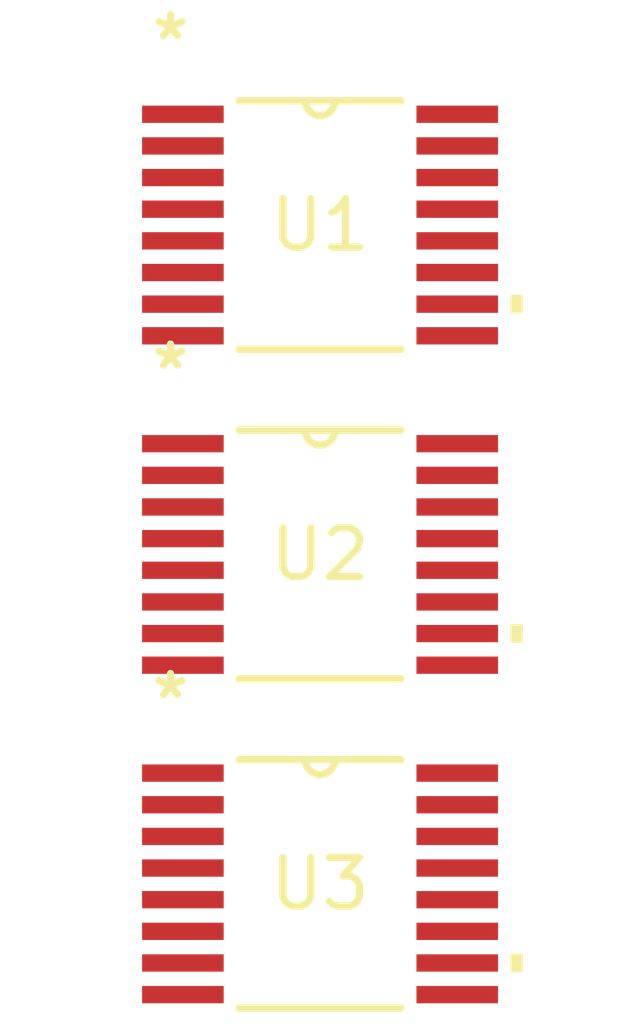
<source format=kicad_pcb>
(kicad_pcb (version 20221018) (generator pcbnew)
  (layers (0 "F.Cu" signal) (31 "B.Cu" signal) (34 "B.Paste" user) (35 "F.Paste" user) (36 "B.SilkS" user "B.Silkscreen") (37 "F.SilkS" user "F.Silkscreen") (38 "B.Mask" user) (39 "F.Mask" user) (44 "Edge.Cuts" user))
  (net 0 "")
  (net 1 "DCB_0_1")
  (net 2 "DCB_0_2")
  (net 6 "DCB_0_3")
  (net 7 "DCB_0_0")
  (net 8 "Net-(U1-GND)")
  (net 9 "Net-(U1-E)")
  (net 10 "Net-(U1-D)")
  (net 11 "Net-(U1-C)")
  (net 12 "Net-(U1-B)")
  (net 13 "Net-(U1-A)")
  (net 14 "Net-(U1-G)")
  (net 15 "Net-(U1-F)")
  (net 16 "V_BUS_3V")
  (net 17 "DCB_1_1")
  (net 18 "DCB_1_2")
  (net 22 "DCB_1_3")
  (net 23 "DCB_1_0")
  (net 24 "Net-(U2-GND)")
  (net 25 "Net-(U2-E)")
  (net 26 "Net-(U2-D)")
  (net 27 "Net-(U2-C)")
  (net 28 "Net-(U2-B)")
  (net 29 "Net-(U2-A)")
  (net 30 "Net-(U2-G)")
  (net 31 "Net-(U2-F)")
  (net 39 "Net-(U3-GND)")
  (net 40 "Net-(U3-E)")
  (net 41 "Net-(U3-D)")
  (net 42 "Net-(U3-C)")
  (net 43 "Net-(U3-B)")
  (net 44 "Net-(U3-A)")
  (net 45 "Net-(U3-G)")
  (net 46 "Net-(U3-F)")
  (footprint "CD74HC4511PWR:PW16" (layer "F.Cu") (at 58.1406 47.693401)
    (fp_text reference "U1" (at 0 0 unlocked) (layer "F.SilkS"))
    (fp_text value "CD74HC4511PWR")
    (fp_text user "*" (at -3.0734 -3.773601) (layer "F.SilkS"))
    (fp_text user "*" (at -3.0734 -3.773601 unlocked) (layer "F.SilkS"))
    (fp_line (start -1.663811 2.5527) (end 1.663811 2.5527) (stroke (width 0.1524)) (layer "F.SilkS"))
    (fp_line (start 1.663811 -2.5527) (end -1.663811 -2.5527) (stroke (width 0.1524)) (layer "F.SilkS"))
    (fp_arc (start 0.3048 -2.5527) (mid 0 -2.2479) (end -0.3048 -2.5527) (stroke (width 0.1524)) (layer "F.SilkS"))
    (fp_poly (pts (xy 4.1656 1.434501) (xy 4.1656 1.815501) (xy 3.9116 1.815501) (xy 3.9116 1.434501)) (fill solid) (layer "F.SilkS"))
    (pad "1" smd rect (at -2.8194 -2.274999) (size 1.6764 0.3556) (layers "F.Cu" "F.Paste" "F.Mask") (net 1 "DCB_0_1"))
    (pad "2" smd rect (at -2.8194 -1.625001) (size 1.6764 0.3556) (layers "F.Cu" "F.Paste" "F.Mask") (net 2 "DCB_0_2"))
    (pad "3" smd rect (at -2.8194 -0.974999) (size 1.6764 0.3556) (layers "F.Cu" "F.Paste" "F.Mask"))
    (pad "4" smd rect (at -2.8194 -0.325001) (size 1.6764 0.3556) (layers "F.Cu" "F.Paste" "F.Mask"))
    (pad "5" smd rect (at -2.8194 0.324998) (size 1.6764 0.3556) (layers "F.Cu" "F.Paste" "F.Mask"))
    (pad "6" smd rect (at -2.8194 0.974999) (size 1.6764 0.3556) (layers "F.Cu" "F.Paste" "F.Mask") (net 6 "DCB_0_3"))
    (pad "7" smd rect (at -2.8194 1.624998) (size 1.6764 0.3556) (layers "F.Cu" "F.Paste" "F.Mask") (net 7 "DCB_0_0"))
    (pad "8" smd rect (at -2.8194 2.274999) (size 1.6764 0.3556) (layers "F.Cu" "F.Paste" "F.Mask") (net 8 "Net-(U1-GND)"))
    (pad "9" smd rect (at 2.8194 2.274999) (size 1.6764 0.3556) (layers "F.Cu" "F.Paste" "F.Mask") (net 9 "Net-(U1-E)"))
    (pad "10" smd rect (at 2.8194 1.625001) (size 1.6764 0.3556) (layers "F.Cu" "F.Paste" "F.Mask") (net 10 "Net-(U1-D)"))
    (pad "11" smd rect (at 2.8194 0.974999) (size 1.6764 0.3556) (layers "F.Cu" "F.Paste" "F.Mask") (net 11 "Net-(U1-C)"))
    (pad "12" smd rect (at 2.8194 0.325001) (size 1.6764 0.3556) (layers "F.Cu" "F.Paste" "F.Mask") (net 12 "Net-(U1-B)"))
    (pad "13" smd rect (at 2.8194 -0.324998) (size 1.6764 0.3556) (layers "F.Cu" "F.Paste" "F.Mask") (net 13 "Net-(U1-A)"))
    (pad "14" smd rect (at 2.8194 -0.974999) (size 1.6764 0.3556) (layers "F.Cu" "F.Paste" "F.Mask") (net 14 "Net-(U1-G)"))
    (pad "15" smd rect (at 2.8194 -1.624998) (size 1.6764 0.3556) (layers "F.Cu" "F.Paste" "F.Mask") (net 15 "Net-(U1-F)"))
    (pad "16" smd rect (at 2.8194 -2.274999) (size 1.6764 0.3556) (layers "F.Cu" "F.Paste" "F.Mask") (net 16 "V_BUS_3V"))
  )
  (footprint "CD74HC4511PWR:PW16" (layer "F.Cu") (at 58.1406 54.459201)
    (fp_text reference "U2" (at 0 0 unlocked) (layer "F.SilkS"))
    (fp_text value "CD74HC4511PWR")
    (fp_text user "*" (at -3.0734 -3.773601 unlocked) (layer "F.SilkS"))
    (fp_text user "*" (at -3.0734 -3.773601) (layer "F.SilkS"))
    (fp_line (start -1.663811 2.5527) (end 1.663811 2.5527) (stroke (width 0.1524)) (layer "F.SilkS"))
    (fp_line (start 1.663811 -2.5527) (end -1.663811 -2.5527) (stroke (width 0.1524)) (layer "F.SilkS"))
    (fp_arc (start 0.3048 -2.5527) (mid 0 -2.2479) (end -0.3048 -2.5527) (stroke (width 0.1524)) (layer "F.SilkS"))
    (fp_poly (pts (xy 4.1656 1.434501) (xy 4.1656 1.815501) (xy 3.9116 1.815501) (xy 3.9116 1.434501)) (fill solid) (layer "F.SilkS"))
    (pad "1" smd rect (at -2.8194 -2.274999) (size 1.6764 0.3556) (layers "F.Cu" "F.Paste" "F.Mask") (net 17 "DCB_1_1"))
    (pad "2" smd rect (at -2.8194 -1.625001) (size 1.6764 0.3556) (layers "F.Cu" "F.Paste" "F.Mask") (net 18 "DCB_1_2"))
    (pad "3" smd rect (at -2.8194 -0.974999) (size 1.6764 0.3556) (layers "F.Cu" "F.Paste" "F.Mask"))
    (pad "4" smd rect (at -2.8194 -0.325001) (size 1.6764 0.3556) (layers "F.Cu" "F.Paste" "F.Mask"))
    (pad "5" smd rect (at -2.8194 0.324998) (size 1.6764 0.3556) (layers "F.Cu" "F.Paste" "F.Mask"))
    (pad "6" smd rect (at -2.8194 0.974999) (size 1.6764 0.3556) (layers "F.Cu" "F.Paste" "F.Mask") (net 22 "DCB_1_3"))
    (pad "7" smd rect (at -2.8194 1.624998) (size 1.6764 0.3556) (layers "F.Cu" "F.Paste" "F.Mask") (net 23 "DCB_1_0"))
    (pad "8" smd rect (at -2.8194 2.274999) (size 1.6764 0.3556) (layers "F.Cu" "F.Paste" "F.Mask") (net 24 "Net-(U2-GND)"))
    (pad "9" smd rect (at 2.8194 2.274999) (size 1.6764 0.3556) (layers "F.Cu" "F.Paste" "F.Mask") (net 25 "Net-(U2-E)"))
    (pad "10" smd rect (at 2.8194 1.625001) (size 1.6764 0.3556) (layers "F.Cu" "F.Paste" "F.Mask") (net 26 "Net-(U2-D)"))
    (pad "11" smd rect (at 2.8194 0.974999) (size 1.6764 0.3556) (layers "F.Cu" "F.Paste" "F.Mask") (net 27 "Net-(U2-C)"))
    (pad "12" smd rect (at 2.8194 0.325001) (size 1.6764 0.3556) (layers "F.Cu" "F.Paste" "F.Mask") (net 28 "Net-(U2-B)"))
    (pad "13" smd rect (at 2.8194 -0.324998) (size 1.6764 0.3556) (layers "F.Cu" "F.Paste" "F.Mask") (net 29 "Net-(U2-A)"))
    (pad "14" smd rect (at 2.8194 -0.974999) (size 1.6764 0.3556) (layers "F.Cu" "F.Paste" "F.Mask") (net 30 "Net-(U2-G)"))
    (pad "15" smd rect (at 2.8194 -1.624998) (size 1.6764 0.3556) (layers "F.Cu" "F.Paste" "F.Mask") (net 31 "Net-(U2-F)"))
    (pad "16" smd rect (at 2.8194 -2.274999) (size 1.6764 0.3556) (layers "F.Cu" "F.Paste" "F.Mask") (net 16 "V_BUS_3V"))
  )
  (footprint "CD74HC4511PWR:PW16" (layer "F.Cu") (at 58.1406 61.225001)
    (fp_text reference "U3" (at 0 0 unlocked) (layer "F.SilkS"))
    (fp_text value "CD74HC4511PWR")
    (fp_text user "*" (at -3.0734 -3.773601) (layer "F.SilkS"))
    (fp_text user "*" (at -3.0734 -3.773601 unlocked) (layer "F.SilkS"))
    (fp_line (start -1.663811 2.5527) (end 1.663811 2.5527) (stroke (width 0.1524)) (layer "F.SilkS"))
    (fp_line (start 1.663811 -2.5527) (end -1.663811 -2.5527) (stroke (width 0.1524)) (layer "F.SilkS"))
    (fp_arc (start 0.3048 -2.5527) (mid 0 -2.2479) (end -0.3048 -2.5527) (stroke (width 0.1524)) (layer "F.SilkS"))
    (fp_poly (pts (xy 4.1656 1.434501) (xy 4.1656 1.815501) (xy 3.9116 1.815501) (xy 3.9116 1.434501)) (fill solid) (layer "F.SilkS"))
    (pad "1" smd rect (at -2.8194 -2.274999) (size 1.6764 0.3556) (layers "F.Cu" "F.Paste" "F.Mask"))
    (pad "2" smd rect (at -2.8194 -1.625001) (size 1.6764 0.3556) (layers "F.Cu" "F.Paste" "F.Mask"))
    (pad "3" smd rect (at -2.8194 -0.974999) (size 1.6764 0.3556) (layers "F.Cu" "F.Paste" "F.Mask"))
    (pad "4" smd rect (at -2.8194 -0.325001) (size 1.6764 0.3556) (layers "F.Cu" "F.Paste" "F.Mask"))
    (pad "5" smd rect (at -2.8194 0.324998) (size 1.6764 0.3556) (layers "F.Cu" "F.Paste" "F.Mask"))
    (pad "6" smd rect (at -2.8194 0.974999) (size 1.6764 0.3556) (layers "F.Cu" "F.Paste" "F.Mask"))
    (pad "7" smd rect (at -2.8194 1.624998) (size 1.6764 0.3556) (layers "F.Cu" "F.Paste" "F.Mask"))
    (pad "8" smd rect (at -2.8194 2.274999) (size 1.6764 0.3556) (layers "F.Cu" "F.Paste" "F.Mask") (net 39 "Net-(U3-GND)"))
    (pad "9" smd rect (at 2.8194 2.274999) (size 1.6764 0.3556) (layers "F.Cu" "F.Paste" "F.Mask") (net 40 "Net-(U3-E)"))
    (pad "10" smd rect (at 2.8194 1.625001) (size 1.6764 0.3556) (layers "F.Cu" "F.Paste" "F.Mask") (net 41 "Net-(U3-D)"))
    (pad "11" smd rect (at 2.8194 0.974999) (size 1.6764 0.3556) (layers "F.Cu" "F.Paste" "F.Mask") (net 42 "Net-(U3-C)"))
    (pad "12" smd rect (at 2.8194 0.325001) (size 1.6764 0.3556) (layers "F.Cu" "F.Paste" "F.Mask") (net 43 "Net-(U3-B)"))
    (pad "13" smd rect (at 2.8194 -0.324998) (size 1.6764 0.3556) (layers "F.Cu" "F.Paste" "F.Mask") (net 44 "Net-(U3-A)"))
    (pad "14" smd rect (at 2.8194 -0.974999) (size 1.6764 0.3556) (layers "F.Cu" "F.Paste" "F.Mask") (net 45 "Net-(U3-G)"))
    (pad "15" smd rect (at 2.8194 -1.624998) (size 1.6764 0.3556) (layers "F.Cu" "F.Paste" "F.Mask") (net 46 "Net-(U3-F)"))
    (pad "16" smd rect (at 2.8194 -2.274999) (size 1.6764 0.3556) (layers "F.Cu" "F.Paste" "F.Mask") (net 16 "V_BUS_3V"))
  )
)
</source>
